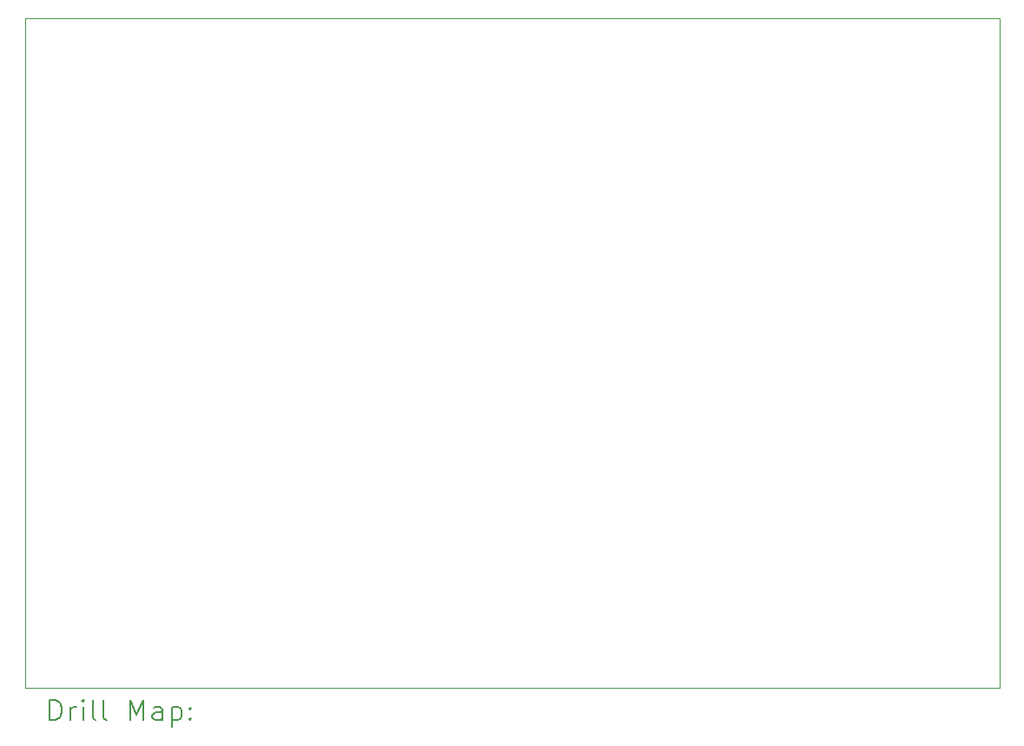
<source format=gbr>
%TF.GenerationSoftware,KiCad,Pcbnew,7.0.2*%
%TF.CreationDate,2024-01-15T15:27:14-05:00*%
%TF.ProjectId,4 VCF FINAL,34205643-4620-4464-994e-414c2e6b6963,rev?*%
%TF.SameCoordinates,Original*%
%TF.FileFunction,Drillmap*%
%TF.FilePolarity,Positive*%
%FSLAX45Y45*%
G04 Gerber Fmt 4.5, Leading zero omitted, Abs format (unit mm)*
G04 Created by KiCad (PCBNEW 7.0.2) date 2024-01-15 15:27:14*
%MOMM*%
%LPD*%
G01*
G04 APERTURE LIST*
%ADD10C,0.100000*%
%ADD11C,0.200000*%
G04 APERTURE END LIST*
D10*
X8187500Y-7012500D02*
X17687500Y-7012500D01*
X17687500Y-13537500D01*
X8187500Y-13537500D01*
X8187500Y-7012500D01*
D11*
X8430119Y-13855024D02*
X8430119Y-13655024D01*
X8430119Y-13655024D02*
X8477738Y-13655024D01*
X8477738Y-13655024D02*
X8506310Y-13664548D01*
X8506310Y-13664548D02*
X8525357Y-13683595D01*
X8525357Y-13683595D02*
X8534881Y-13702643D01*
X8534881Y-13702643D02*
X8544405Y-13740738D01*
X8544405Y-13740738D02*
X8544405Y-13769309D01*
X8544405Y-13769309D02*
X8534881Y-13807405D01*
X8534881Y-13807405D02*
X8525357Y-13826452D01*
X8525357Y-13826452D02*
X8506310Y-13845500D01*
X8506310Y-13845500D02*
X8477738Y-13855024D01*
X8477738Y-13855024D02*
X8430119Y-13855024D01*
X8630119Y-13855024D02*
X8630119Y-13721690D01*
X8630119Y-13759786D02*
X8639643Y-13740738D01*
X8639643Y-13740738D02*
X8649167Y-13731214D01*
X8649167Y-13731214D02*
X8668214Y-13721690D01*
X8668214Y-13721690D02*
X8687262Y-13721690D01*
X8753929Y-13855024D02*
X8753929Y-13721690D01*
X8753929Y-13655024D02*
X8744405Y-13664548D01*
X8744405Y-13664548D02*
X8753929Y-13674071D01*
X8753929Y-13674071D02*
X8763452Y-13664548D01*
X8763452Y-13664548D02*
X8753929Y-13655024D01*
X8753929Y-13655024D02*
X8753929Y-13674071D01*
X8877738Y-13855024D02*
X8858690Y-13845500D01*
X8858690Y-13845500D02*
X8849167Y-13826452D01*
X8849167Y-13826452D02*
X8849167Y-13655024D01*
X8982500Y-13855024D02*
X8963452Y-13845500D01*
X8963452Y-13845500D02*
X8953929Y-13826452D01*
X8953929Y-13826452D02*
X8953929Y-13655024D01*
X9211071Y-13855024D02*
X9211071Y-13655024D01*
X9211071Y-13655024D02*
X9277738Y-13797881D01*
X9277738Y-13797881D02*
X9344405Y-13655024D01*
X9344405Y-13655024D02*
X9344405Y-13855024D01*
X9525357Y-13855024D02*
X9525357Y-13750262D01*
X9525357Y-13750262D02*
X9515833Y-13731214D01*
X9515833Y-13731214D02*
X9496786Y-13721690D01*
X9496786Y-13721690D02*
X9458690Y-13721690D01*
X9458690Y-13721690D02*
X9439643Y-13731214D01*
X9525357Y-13845500D02*
X9506310Y-13855024D01*
X9506310Y-13855024D02*
X9458690Y-13855024D01*
X9458690Y-13855024D02*
X9439643Y-13845500D01*
X9439643Y-13845500D02*
X9430119Y-13826452D01*
X9430119Y-13826452D02*
X9430119Y-13807405D01*
X9430119Y-13807405D02*
X9439643Y-13788357D01*
X9439643Y-13788357D02*
X9458690Y-13778833D01*
X9458690Y-13778833D02*
X9506310Y-13778833D01*
X9506310Y-13778833D02*
X9525357Y-13769309D01*
X9620595Y-13721690D02*
X9620595Y-13921690D01*
X9620595Y-13731214D02*
X9639643Y-13721690D01*
X9639643Y-13721690D02*
X9677738Y-13721690D01*
X9677738Y-13721690D02*
X9696786Y-13731214D01*
X9696786Y-13731214D02*
X9706310Y-13740738D01*
X9706310Y-13740738D02*
X9715833Y-13759786D01*
X9715833Y-13759786D02*
X9715833Y-13816928D01*
X9715833Y-13816928D02*
X9706310Y-13835976D01*
X9706310Y-13835976D02*
X9696786Y-13845500D01*
X9696786Y-13845500D02*
X9677738Y-13855024D01*
X9677738Y-13855024D02*
X9639643Y-13855024D01*
X9639643Y-13855024D02*
X9620595Y-13845500D01*
X9801548Y-13835976D02*
X9811071Y-13845500D01*
X9811071Y-13845500D02*
X9801548Y-13855024D01*
X9801548Y-13855024D02*
X9792024Y-13845500D01*
X9792024Y-13845500D02*
X9801548Y-13835976D01*
X9801548Y-13835976D02*
X9801548Y-13855024D01*
X9801548Y-13731214D02*
X9811071Y-13740738D01*
X9811071Y-13740738D02*
X9801548Y-13750262D01*
X9801548Y-13750262D02*
X9792024Y-13740738D01*
X9792024Y-13740738D02*
X9801548Y-13731214D01*
X9801548Y-13731214D02*
X9801548Y-13750262D01*
M02*

</source>
